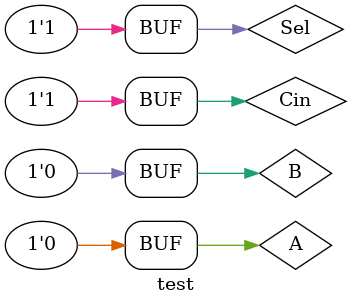
<source format=v>
`timescale 1ns / 1ps


module test;

	// Inputs
	reg A;
	reg B;
	reg Sel;
	reg Cin;

	// Outputs
	wire Sum;
	wire Cout;

	// Instantiate the Unit Under Test (UUT)
	onebit_adder uut (
		.A(A), 
		.B(B), 
		.Sel(Sel), 
		.Cin(Cin), 
		.Sum(Sum), 
		.Cout(Cout)
	);

	initial begin
	   A = 0;
		B = 0;
		Sel = 0;
		Cin = 0;


		// Wait 100 ns for global reset to finish
		#100;
      A = 1;
		B = 0;
		Sel = 0;
		Cin = 0;  
		// Add stimulus here
		#100;
      A = 1;
		B = 0;
		Sel = 0;
		Cin = 1;  
			
		#100;
      A = 1;
		B = 0;
		Sel = 1;
		Cin = 0; 
		
		#100;
      A = 0;
		B = 1;
		Sel = 0;
		Cin = 1;
		
		#100;
      A = 0;
		B = 1;
		Sel = 0;
		Cin = 1;
	   
		#100;
      A = 0;
		B = 1;
		Sel = 1;
		Cin = 1;
		
		#100;
      A = 1;
		B = 1;
		Sel = 0;
		Cin = 0;	
      #100;
      A = 1;
		B = 1;
		Sel = 0;
		Cin = 1;	
      #100;
      A = 1;
		B = 1;
		Sel = 1;
		Cin = 1;			
		
		#100;
      A = 0;
		B = 0;
		Sel = 0;
		Cin = 1;		
		
		#100;
      A = 0;
		B = 0;
		Sel = 1;
		Cin = 1;		

	end
      
endmodule


</source>
